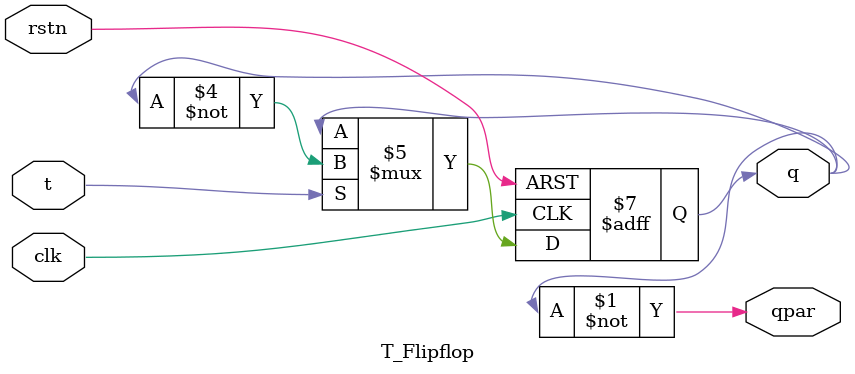
<source format=v>
module T_Flipflop(t,rstn,clk,q,qpar);
input t,rstn,clk;
output reg q;
output qpar;
assign qpar = ~q ;
always @(posedge clk or negedge rstn) begin
	if (~rstn) 
	    q<=0;
	else if (t)
	    q<=~q;
end
endmodule
</source>
